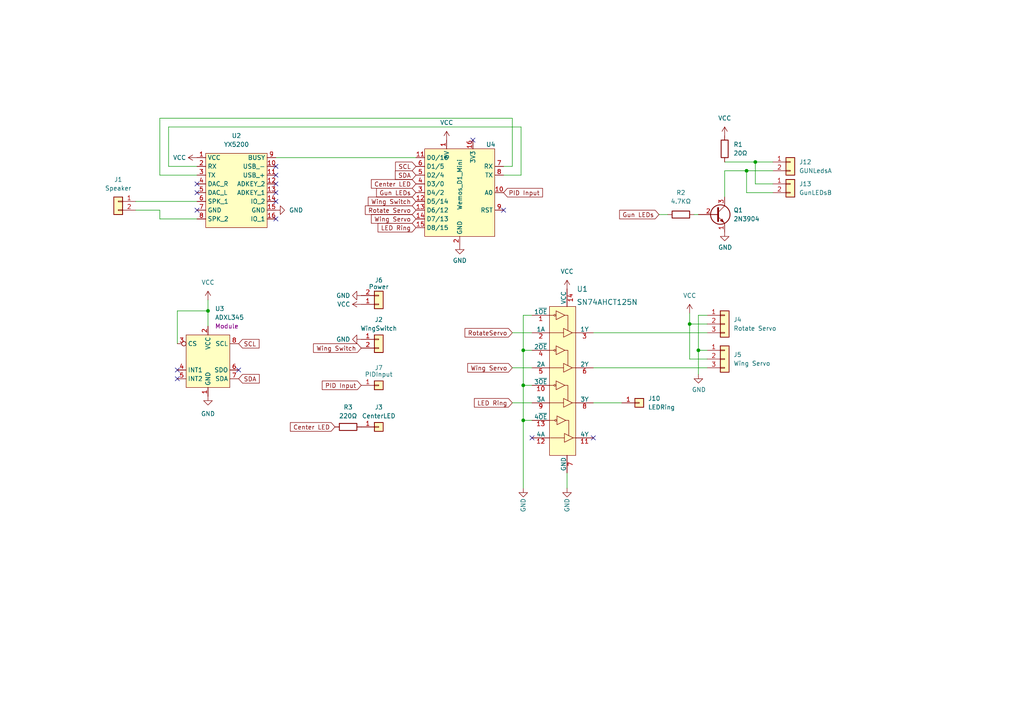
<source format=kicad_sch>
(kicad_sch (version 20211123) (generator eeschema)
  (paper "A4")
  (lib_symbols
    (symbol "Connector_Generic:Conn_01x01" (pin_names (offset 1.016) hide)
      (property "Reference" "J" (at 0 2.54 0))
      (property "Value" "Conn_01x01" (at 0 -2.54 0))
      (symbol "Conn_01x01_1_1"
        (rectangle (start -1.27 0.127) (end 0 -0.127) (stroke (width 0.1524)))
        (rectangle (start -1.27 1.27) (end 1.27 -1.27) (stroke (width 0.254)) (fill (type background)))
        (pin passive line (at -5.08 0 0) (length 3.81) (name "Pin_1") (number "1"))
      )
    )
    (symbol "Connector_Generic:Conn_01x02" (pin_names (offset 1.016) hide)
      (property "Reference" "J" (at 0 2.54 0))
      (property "Value" "Conn_01x02" (at 0 -5.08 0))
      (symbol "Conn_01x02_1_1"
        (rectangle (start -1.27 -2.413) (end 0 -2.667) (stroke (width 0.1524)))
        (rectangle (start -1.27 0.127) (end 0 -0.127) (stroke (width 0.1524)))
        (rectangle (start -1.27 1.27) (end 1.27 -3.81) (stroke (width 0.254)) (fill (type background)))
        (pin passive line (at -5.08 0 0) (length 3.81) (name "Pin_1") (number "1"))
        (pin passive line (at -5.08 -2.54 0) (length 3.81) (name "Pin_2") (number "2"))
      )
    )
    (symbol "Connector_Generic:Conn_01x03" (pin_names (offset 1.016) hide)
      (property "Reference" "J" (at 0 5.08 0))
      (property "Value" "Conn_01x03" (at 0 -5.08 0))
      (symbol "Conn_01x03_1_1"
        (rectangle (start -1.27 -2.413) (end 0 -2.667) (stroke (width 0.1524)))
        (rectangle (start -1.27 0.127) (end 0 -0.127) (stroke (width 0.1524)))
        (rectangle (start -1.27 2.667) (end 0 2.413) (stroke (width 0.1524)))
        (rectangle (start -1.27 3.81) (end 1.27 -3.81) (stroke (width 0.254)) (fill (type background)))
        (pin passive line (at -5.08 2.54 0) (length 3.81) (name "Pin_1") (number "1"))
        (pin passive line (at -5.08 0 0) (length 3.81) (name "Pin_2") (number "2"))
        (pin passive line (at -5.08 -2.54 0) (length 3.81) (name "Pin_3") (number "3"))
      )
    )
    (symbol "Device:R" (pin_numbers hide) (pin_names (offset 0))
      (property "Reference" "R" (at 2.032 0 90))
      (property "Value" "R" (at 0 0 90))
      (symbol "R_0_1"
        (rectangle (start -1.016 -2.54) (end 1.016 2.54) (stroke (width 0.254)))
      )
      (symbol "R_1_1"
        (pin passive line (at 0 3.81 270) (length 1.27) (name "~") (number "1"))
        (pin passive line (at 0 -3.81 90) (length 1.27) (name "~") (number "2"))
      )
    )
    (symbol "PersonalLibrary:YX5200"
      (property "Reference" "U2" (at 0 2.54 0))
      (property "Value" "YX5200" (at 0 0 0))
      (symbol "YX5200_0_1"
        (rectangle (start -8.89 -2.54) (end 8.89 -24.13) (fill (type background)))
      )
      (symbol "YX5200_1_1"
        (pin power_in line (at -11.43 -3.81 0) (length 2.54) (name "VCC") (number "1"))
        (pin input line (at 11.43 -6.35 180) (length 2.54) (name "USB_-") (number "10"))
        (pin input line (at 11.43 -8.89 180) (length 2.54) (name "USB_+") (number "11"))
        (pin input line (at 11.43 -11.43 180) (length 2.54) (name "ADKEY_2") (number "12"))
        (pin input line (at 11.43 -13.97 180) (length 2.54) (name "ADKEY_1") (number "13"))
        (pin input line (at 11.43 -16.51 180) (length 2.54) (name "IO_2") (number "14"))
        (pin input line (at 11.43 -19.05 180) (length 2.54) (name "GND") (number "15"))
        (pin input line (at 11.43 -21.59 180) (length 2.54) (name "IO_1") (number "16"))
        (pin input line (at -11.43 -6.35 0) (length 2.54) (name "RX") (number "2"))
        (pin input line (at -11.43 -8.89 0) (length 2.54) (name "TX") (number "3"))
        (pin input line (at -11.43 -11.43 0) (length 2.54) (name "DAC_R") (number "4"))
        (pin input line (at -11.43 -13.97 0) (length 2.54) (name "DAC_L") (number "5"))
        (pin input line (at -11.43 -16.51 0) (length 2.54) (name "SPK_1") (number "6"))
        (pin input line (at -11.43 -19.05 0) (length 2.54) (name "GND") (number "7"))
        (pin input line (at -11.43 -21.59 0) (length 2.54) (name "SPK_2") (number "8"))
        (pin input line (at 11.43 -3.81 180) (length 2.54) (name "BUSY") (number "9"))
      )
    )
    (symbol "PortalParts:ADXL345"
      (property "Reference" "U3" (at 4.5594 13.97 0))
      (property "Value" "ADXL345" (at 4.5594 11.43 0))
      (property "Field4" "Module" (at 4.5594 8.89 0))
      (symbol "ADXL345_0_1"
        (rectangle (start -3.81 6.35) (end 8.89 -8.89) (fill (type background)))
      )
      (symbol "ADXL345_1_1"
        (pin power_in line (at 2.54 -11.43 90) (length 2.54) (name "GND") (number "1"))
        (pin power_in line (at 2.54 8.89 270) (length 2.54) (name "VCC") (number "2"))
        (pin input inverted (at -6.35 3.81 0) (length 2.54) (name "CS") (number "3"))
        (pin output line (at -6.35 -3.81 0) (length 2.54) (name "INT1") (number "4"))
        (pin output line (at -6.35 -6.35 0) (length 2.54) (name "INT2") (number "5"))
        (pin output line (at 11.43 -3.81 180) (length 2.54) (name "SDO") (number "6"))
        (pin input line (at 11.43 -6.35 180) (length 2.54) (name "SDA") (number "7"))
        (pin output line (at 11.43 3.81 180) (length 2.54) (name "SCL") (number "8"))
      )
    )
    (symbol "PortalParts:Wemos_D1_Mini"
      (property "Reference" "U4" (at 7.62 -1.27 0))
      (property "Value" "Wemos_D1_Mini" (at 0 -20.32 90))
      (symbol "Wemos_D1_Mini_0_1"
        (rectangle (start -10.16 -2.54) (end 10.16 -27.94) (fill (type background)))
      )
      (symbol "Wemos_D1_Mini_1_1"
        (pin power_in line (at -3.81 0 270) (length 2.54) (name "5V") (number "1"))
        (pin bidirectional line (at 12.7 -15.24 180) (length 2.54) (name "A0") (number "10"))
        (pin bidirectional line (at -12.7 -5.08 0) (length 2.54) (name "D0/16") (number "11"))
        (pin bidirectional line (at -12.7 -17.78 0) (length 2.54) (name "D5/14") (number "12"))
        (pin bidirectional line (at -12.7 -20.32 0) (length 2.54) (name "D6/12") (number "13"))
        (pin bidirectional line (at -12.7 -22.86 0) (length 2.54) (name "D7/13") (number "14"))
        (pin bidirectional line (at -12.7 -25.4 0) (length 2.54) (name "D8/15") (number "15"))
        (pin power_in line (at 3.81 0 270) (length 2.54) (name "3V3") (number "16"))
        (pin power_in line (at 0 -30.48 90) (length 2.54) (name "GND") (number "2"))
        (pin bidirectional line (at -12.7 -15.24 0) (length 2.54) (name "D4/2") (number "3"))
        (pin bidirectional line (at -12.7 -12.7 0) (length 2.54) (name "D3/0") (number "4"))
        (pin bidirectional line (at -12.7 -10.16 0) (length 2.54) (name "D2/4") (number "5"))
        (pin bidirectional line (at -12.7 -7.62 0) (length 2.54) (name "D1/5") (number "6"))
        (pin input line (at 12.7 -7.62 180) (length 2.54) (name "RX") (number "7"))
        (pin output line (at 12.7 -10.16 180) (length 2.54) (name "TX") (number "8"))
        (pin bidirectional line (at 12.7 -20.32 180) (length 2.54) (name "RST") (number "9"))
      )
    )
    (symbol "Transistor_BJT:2N3904" (pin_names (offset 0) hide)
      (property "Reference" "Q" (at 5.08 1.905 0))
      (property "Value" "2N3904" (at 5.08 0 0))
      (symbol "2N3904_0_1"
        (polyline (pts (xy 0.635 0.635) (xy 2.54 2.54)))
        (polyline (pts (xy 0.635 -0.635) (xy 2.54 -2.54) (xy 2.54 -2.54)))
        (polyline (pts (xy 0.635 1.905) (xy 0.635 -1.905) (xy 0.635 -1.905)) (stroke (width 0.508)))
        (polyline (pts (xy 1.27 -1.778) (xy 1.778 -1.27) (xy 2.286 -2.286) (xy 1.27 -1.778) (xy 1.27 -1.778)) (fill (type outline)))
        (circle (center 1.27 0) (radius 2.8194) (stroke (width 0.254)))
      )
      (symbol "2N3904_1_1"
        (pin passive line (at 2.54 -5.08 90) (length 2.54) (name "E") (number "1"))
        (pin passive line (at -5.08 0 0) (length 5.715) (name "B") (number "2"))
        (pin passive line (at 2.54 5.08 270) (length 2.54) (name "C") (number "3"))
      )
    )
    (symbol "dk_Logic-Buffers-Drivers-Receivers-Transceivers:SN74AHCT125N" (pin_names (offset 0))
      (property "Reference" "U" (at -2.54 13.97 0))
      (property "Value" "SN74AHCT125N" (at 1.905 -31.75 0))
      (symbol "SN74AHCT125N_0_1"
        (rectangle (start -5.08 12.7) (end 2.54 -30.48) (fill (type background)))
        (circle (center -3.556 -10.16) (radius 0.254))
        (circle (center -3.556 0) (radius 0.254))
        (circle (center -3.556 10.16) (radius 0.254))
        (circle (center -3.302 -20.32) (radius 0.254))
        (polyline (pts (xy -3.81 -10.16) (xy -5.207 -10.16)))
        (polyline (pts (xy -3.81 0) (xy -5.207 0)))
        (polyline (pts (xy -3.81 10.16) (xy -5.207 10.16)))
        (polyline (pts (xy -3.556 -20.32) (xy -4.953 -20.32)))
        (polyline (pts (xy -1.016 -15.24) (xy -5.08 -15.24)))
        (polyline (pts (xy -1.016 -5.08) (xy -5.08 -5.08)))
        (polyline (pts (xy -1.016 5.08) (xy -5.08 5.08)))
        (polyline (pts (xy -0.762 -25.4) (xy -4.826 -25.4)))
        (polyline (pts (xy 1.397 -15.24) (xy 2.413 -15.24)))
        (polyline (pts (xy 1.397 -5.08) (xy 2.413 -5.08)))
        (polyline (pts (xy 1.397 5.08) (xy 2.413 5.08)))
        (polyline (pts (xy 1.651 -25.4) (xy 2.667 -25.4)))
        (polyline (pts (xy 0.254 -14.605) (xy 0.254 -10.16) (xy -0.635 -10.16)))
        (polyline (pts (xy 0.254 -4.445) (xy 0.254 0) (xy -0.635 0)))
        (polyline (pts (xy 0.254 5.715) (xy 0.254 10.16) (xy -0.635 10.16)))
        (polyline (pts (xy 0.508 -24.765) (xy 0.508 -20.32) (xy -0.381 -20.32)))
        (polyline (pts (xy -3.175 -8.89) (xy -3.175 -10.16) (xy -3.175 -11.43) (xy -0.635 -10.16) (xy -3.175 -8.89)))
        (polyline (pts (xy -3.175 1.27) (xy -3.175 0) (xy -3.175 -1.27) (xy -0.635 0) (xy -3.175 1.27)))
        (polyline (pts (xy -3.175 11.43) (xy -3.175 10.16) (xy -3.175 8.89) (xy -0.635 10.16) (xy -3.175 11.43)))
        (polyline (pts (xy -2.921 -19.05) (xy -2.921 -20.32) (xy -2.921 -21.59) (xy -0.381 -20.32) (xy -2.921 -19.05)))
        (polyline (pts (xy -1.016 -13.97) (xy -1.016 -15.24) (xy -1.016 -16.51) (xy 1.524 -15.24) (xy -1.016 -13.97)))
        (polyline (pts (xy -1.016 -3.81) (xy -1.016 -5.08) (xy -1.016 -6.35) (xy 1.524 -5.08) (xy -1.016 -3.81)))
        (polyline (pts (xy -1.016 6.35) (xy -1.016 5.08) (xy -1.016 3.81) (xy 1.524 5.08) (xy -1.016 6.35)))
        (polyline (pts (xy -0.762 -24.13) (xy -0.762 -25.4) (xy -0.762 -26.67) (xy 1.778 -25.4) (xy -0.762 -24.13)))
      )
      (symbol "SN74AHCT125N_1_1"
        (pin input line (at -10.16 10.16 0) (length 5.08) (name "1~{OE}") (number "1"))
        (pin input line (at -10.16 -10.16 0) (length 5.08) (name "3~{OE}") (number "10"))
        (pin output line (at 7.62 -25.4 180) (length 5.08) (name "4Y") (number "11"))
        (pin input line (at -10.16 -25.4 0) (length 5.08) (name "4A") (number "12"))
        (pin input line (at -10.16 -20.32 0) (length 5.08) (name "4~{OE}") (number "13"))
        (pin power_in line (at 0 17.78 270) (length 5.08) (name "VCC") (number "14"))
        (pin input line (at -10.16 5.08 0) (length 5.08) (name "1A") (number "2"))
        (pin output line (at 7.62 5.08 180) (length 5.08) (name "1Y") (number "3"))
        (pin input line (at -10.16 0 0) (length 5.08) (name "2~{OE}") (number "4"))
        (pin input line (at -10.16 -5.08 0) (length 5.08) (name "2A") (number "5"))
        (pin output line (at 7.62 -5.08 180) (length 5.08) (name "2Y") (number "6"))
        (pin power_in line (at 0 -35.56 90) (length 5.08) (name "GND") (number "7"))
        (pin output line (at 7.62 -15.24 180) (length 5.08) (name "3Y") (number "8"))
        (pin input line (at -10.16 -15.24 0) (length 5.08) (name "3A") (number "9"))
      )
    )
    (symbol "power:GND" (power) (pin_names (offset 0))
      (property "Value" "GND" (at 0 -3.81 0))
      (symbol "GND_0_1"
        (polyline (pts (xy 0 0) (xy 0 -1.27) (xy 1.27 -1.27) (xy 0 -2.54) (xy -1.27 -1.27) (xy 0 -1.27)))
      )
      (symbol "GND_1_1"
        (pin power_in line (at 0 0 270) (length 0) hide (name "GND") (number "1"))
      )
    )
    (symbol "power:VCC" (power) (pin_names (offset 0))
      (property "Value" "VCC" (at 0 3.81 0))
      (symbol "VCC_0_1"
        (polyline (pts (xy -0.762 1.27) (xy 0 2.54)))
        (polyline (pts (xy 0 0) (xy 0 2.54)))
        (polyline (pts (xy 0 2.54) (xy 0.762 1.27)))
      )
      (symbol "VCC_1_1"
        (pin power_in line (at 0 0 90) (length 0) hide (name "VCC") (number "1"))
      )
    )
  )
  (junction (at 216.535 49.53))
  (junction (at 202.565 101.6))
  (junction (at 60.325 90.17))
  (junction (at 219.075 46.99))
  (junction (at 151.765 121.92))
  (junction (at 151.765 101.6))
  (junction (at 200.025 93.98))
  (junction (at 151.765 111.76))
  (no_connect (at 146.05 60.96))
  (no_connect (at 137.16 40.64))
  (no_connect (at 172.085 127))
  (no_connect (at 154.305 127))
  (no_connect (at 57.15 60.96))
  (no_connect (at 57.15 55.88))
  (no_connect (at 57.15 53.34))
  (no_connect (at 80.01 63.5))
  (no_connect (at 80.01 58.42))
  (no_connect (at 80.01 55.88))
  (no_connect (at 80.01 53.34))
  (no_connect (at 80.01 50.8))
  (no_connect (at 80.01 48.26))
  (no_connect (at 69.215 107.315))
  (no_connect (at 51.435 107.315))
  (no_connect (at 51.435 109.855))
  (wire (pts (xy 210.185 57.15) (xy 210.185 49.53)))
  (wire (pts (xy 219.075 46.99) (xy 219.075 53.34)))
  (wire (pts (xy 148.59 106.68) (xy 154.305 106.68)))
  (wire (pts (xy 57.15 50.8) (xy 46.355 50.8)))
  (wire (pts (xy 151.13 50.8) (xy 146.05 50.8)))
  (wire (pts (xy 148.59 116.84) (xy 154.305 116.84)))
  (wire (pts (xy 60.325 90.17) (xy 60.325 94.615)))
  (wire (pts (xy 39.37 60.96) (xy 46.355 60.96)))
  (wire (pts (xy 164.465 141.605) (xy 164.465 137.16)))
  (wire (pts (xy 48.895 36.83) (xy 48.895 48.26)))
  (wire (pts (xy 46.355 63.5) (xy 57.15 63.5)))
  (wire (pts (xy 151.765 121.92) (xy 154.305 121.92)))
  (wire (pts (xy 216.535 49.53) (xy 224.155 49.53)))
  (wire (pts (xy 60.325 90.17) (xy 51.435 90.17)))
  (wire (pts (xy 80.01 45.72) (xy 120.65 45.72)))
  (wire (pts (xy 200.025 104.14) (xy 205.105 104.14)))
  (wire (pts (xy 46.355 34.29) (xy 148.59 34.29)))
  (wire (pts (xy 148.59 34.29) (xy 148.59 48.26)))
  (wire (pts (xy 151.765 111.76) (xy 154.305 111.76)))
  (wire (pts (xy 151.765 91.44) (xy 154.305 91.44)))
  (wire (pts (xy 202.565 101.6) (xy 202.565 108.585)))
  (wire (pts (xy 151.765 121.92) (xy 151.765 141.605)))
  (wire (pts (xy 216.535 55.88) (xy 224.155 55.88)))
  (wire (pts (xy 39.37 58.42) (xy 57.15 58.42)))
  (wire (pts (xy 180.34 116.84) (xy 172.085 116.84)))
  (wire (pts (xy 172.085 106.68) (xy 205.105 106.68)))
  (wire (pts (xy 151.765 111.76) (xy 151.765 121.92)))
  (wire (pts (xy 48.895 48.26) (xy 57.15 48.26)))
  (wire (pts (xy 202.565 91.44) (xy 202.565 101.6)))
  (wire (pts (xy 48.895 36.83) (xy 151.13 36.83)))
  (wire (pts (xy 219.075 53.34) (xy 224.155 53.34)))
  (wire (pts (xy 200.025 93.98) (xy 205.105 93.98)))
  (wire (pts (xy 60.325 86.995) (xy 60.325 90.17)))
  (wire (pts (xy 216.535 49.53) (xy 216.535 55.88)))
  (wire (pts (xy 46.355 60.96) (xy 46.355 63.5)))
  (wire (pts (xy 200.025 90.805) (xy 200.025 93.98)))
  (wire (pts (xy 191.135 62.23) (xy 193.675 62.23)))
  (wire (pts (xy 172.085 96.52) (xy 205.105 96.52)))
  (wire (pts (xy 148.59 96.52) (xy 154.305 96.52)))
  (wire (pts (xy 219.075 46.99) (xy 224.155 46.99)))
  (wire (pts (xy 205.105 91.44) (xy 202.565 91.44)))
  (wire (pts (xy 151.765 101.6) (xy 151.765 111.76)))
  (wire (pts (xy 210.185 49.53) (xy 216.535 49.53)))
  (wire (pts (xy 210.185 46.99) (xy 219.075 46.99)))
  (wire (pts (xy 148.59 48.26) (xy 146.05 48.26)))
  (wire (pts (xy 151.765 91.44) (xy 151.765 101.6)))
  (wire (pts (xy 151.13 36.83) (xy 151.13 50.8)))
  (wire (pts (xy 202.565 101.6) (xy 205.105 101.6)))
  (wire (pts (xy 151.765 101.6) (xy 154.305 101.6)))
  (wire (pts (xy 201.295 62.23) (xy 202.565 62.23)))
  (wire (pts (xy 46.355 50.8) (xy 46.355 34.29)))
  (wire (pts (xy 200.025 93.98) (xy 200.025 104.14)))
  (wire (pts (xy 51.435 90.17) (xy 51.435 99.695)))
  (global_label "PID Input" (shape input) (at 146.05 55.88 0) (property "Intersheet References" "${INTERSHEET_REFS}" (effects hide)))
  (global_label "Center LED" (shape input) (at 97.155 123.825 180) (property "Intersheet References" "${INTERSHEET_REFS}" (effects hide)))
  (global_label "Wing Switch" (shape input) (at 120.65 58.42 180) (property "Intersheet References" "${INTERSHEET_REFS}" (effects hide)))
  (global_label "Wing Switch" (shape input) (at 104.775 100.965 180) (property "Intersheet References" "${INTERSHEET_REFS}" (effects hide)))
  (global_label "Wing Servo" (shape input) (at 120.65 63.5 180) (property "Intersheet References" "${INTERSHEET_REFS}" (effects hide)))
  (global_label "Wing Servo" (shape input) (at 148.59 106.68 180) (property "Intersheet References" "${INTERSHEET_REFS}" (effects hide)))
  (global_label "SDA" (shape input) (at 120.65 50.8 180) (property "Intersheet References" "${INTERSHEET_REFS}" (effects hide)))
  (global_label "SCL" (shape input) (at 120.65 48.26 180) (property "Intersheet References" "${INTERSHEET_REFS}" (effects hide)))
  (global_label "Gun LEDs" (shape input) (at 191.135 62.23 180) (property "Intersheet References" "${INTERSHEET_REFS}" (effects hide)))
  (global_label "SDA" (shape input) (at 69.215 109.855 0) (property "Intersheet References" "${INTERSHEET_REFS}" (effects hide)))
  (global_label "SCL" (shape input) (at 69.215 99.695 0) (property "Intersheet References" "${INTERSHEET_REFS}" (effects hide)))
  (global_label "LED Ring" (shape input) (at 120.65 66.04 180) (property "Intersheet References" "${INTERSHEET_REFS}" (effects hide)))
  (global_label "LED Ring" (shape input) (at 148.59 116.84 180) (property "Intersheet References" "${INTERSHEET_REFS}" (effects hide)))
  (global_label "Gun LEDs" (shape input) (at 120.65 55.88 180) (property "Intersheet References" "${INTERSHEET_REFS}" (effects hide)))
  (global_label "RotateServo" (shape input) (at 148.59 96.52 180) (property "Intersheet References" "${INTERSHEET_REFS}" (effects hide)))
  (global_label "PID Input" (shape input) (at 104.775 111.76 180) (property "Intersheet References" "${INTERSHEET_REFS}" (effects hide)))
  (global_label "Center LED" (shape input) (at 120.65 53.34 180) (property "Intersheet References" "${INTERSHEET_REFS}" (effects hide)))
  (global_label "Rotate Servo" (shape input) (at 120.65 60.96 180) (property "Intersheet References" "${INTERSHEET_REFS}" (effects hide)))
  (symbol (lib_id "Connector_Generic:Conn_01x02") (at 34.29 58.42 0) (mirror y) (unit 1)
    (property "Reference" "J1" (at 34.29 52.07 0))
    (property "Value" "Speaker" (at 34.29 54.61 0))
    (property "Footprint" "Connector_PinHeader_2.54mm:PinHeader_1x02_P2.54mm_Vertical" (effects hide))
  )
  (symbol (lib_id "Connector_Generic:Conn_01x02") (at 109.855 88.265 0) (mirror x) (unit 1)
    (property "Reference" "J6" (at 109.855 81.28 0))
    (property "Value" "Power" (at 109.855 83.185 0))
    (property "Footprint" "Connector_PinHeader_2.54mm:PinHeader_1x02_P2.54mm_Vertical" (effects hide))
  )
  (symbol (lib_id "Connector_Generic:Conn_01x02") (at 109.855 98.425 0) (unit 1)
    (property "Reference" "J2" (at 109.855 92.71 0))
    (property "Value" "WingSwitch" (at 109.855 95.25 0))
    (property "Footprint" "Connector_PinHeader_2.54mm:PinHeader_1x02_P2.54mm_Vertical" (effects hide))
  )
  (symbol (lib_id "Connector_Generic:Conn_01x01") (at 109.855 111.76 0) (unit 1)
    (property "Reference" "J7" (at 109.855 106.68 0))
    (property "Value" "PIDInput" (at 109.855 108.585 0))
    (property "Footprint" "Connector_PinHeader_2.54mm:PinHeader_1x01_P2.54mm_Vertical" (effects hide))
  )
  (symbol (lib_id "power:GND") (at 60.325 114.935 0) (unit 1)
    (property "Reference" "#PWR0105" (effects hide))
    (property "Value" "GND" (at 60.325 120.015 0))
  )
  (symbol (lib_id "power:VCC") (at 60.325 86.995 0) (unit 1)
    (property "Reference" "#PWR0116" (effects hide))
    (property "Value" "VCC" (at 60.325 81.915 0))
  )
  (symbol (lib_id "Connector_Generic:Conn_01x03") (at 210.185 93.98 0) (unit 1)
    (property "Reference" "J4" (at 212.725 92.7099 0) (effects (justify left)))
    (property "Value" "Rotate Servo" (at 212.725 95.2499 0) (effects (justify left)))
    (property "Footprint" "Connector_PinHeader_2.54mm:PinHeader_1x03_P2.54mm_Vertical" (effects hide))
  )
  (symbol (lib_id "PortalParts:ADXL345") (at 57.785 103.505 0) (unit 1)
    (property "Reference" "U3" (at 62.3444 89.535 0) (effects (justify left)))
    (property "Value" "ADXL345" (at 62.3444 92.075 0) (effects (justify left)))
    (property "Footprint" "PortalLibrary:ADXL345" (effects hide))
    (property "Field4" "Module" (at 62.3444 94.615 0) (effects (justify left)))
  )
  (symbol (lib_id "power:VCC") (at 164.465 83.82 0) (unit 1)
    (property "Reference" "#PWR0114" (effects hide))
    (property "Value" "VCC" (at 164.465 78.74 0))
  )
  (symbol (lib_id "power:VCC") (at 129.54 40.64 0) (unit 1)
    (property "Reference" "#PWR0113" (effects hide))
    (property "Value" "VCC" (at 129.54 35.56 0))
  )
  (symbol (lib_id "power:VCC") (at 104.775 88.265 90) (unit 1)
    (property "Reference" "#PWR0102" (effects hide))
    (property "Value" "VCC" (at 99.695 88.265 90))
  )
  (symbol (lib_id "power:GND") (at 164.465 141.605 0) (unit 1)
    (property "Reference" "#PWR0107" (effects hide))
    (property "Value" "GND" (at 164.465 148.59 90) (effects (justify left)))
  )
  (symbol (lib_id "Device:R") (at 100.965 123.825 270) (unit 1)
    (property "Reference" "R3" (at 100.965 118.11 90))
    (property "Value" "220Ω" (at 100.965 120.65 90))
    (property "Footprint" "Resistor_THT:R_Axial_DIN0207_L6.3mm_D2.5mm_P7.62mm_Horizontal" (effects hide))
  )
  (symbol (lib_id "Connector_Generic:Conn_01x02") (at 229.235 46.99 0) (unit 1)
    (property "Reference" "J12" (at 231.775 46.9899 0) (effects (justify left)))
    (property "Value" "GUNLedsA" (at 231.775 49.5299 0) (effects (justify left)))
    (property "Footprint" "Connector_PinHeader_2.54mm:PinHeader_1x02_P2.54mm_Vertical" (effects hide))
  )
  (symbol (lib_id "Device:R") (at 197.485 62.23 90) (unit 1)
    (property "Reference" "R2" (at 197.485 55.88 90))
    (property "Value" "4.7KΩ" (at 197.485 58.42 90))
    (property "Footprint" "Resistor_THT:R_Axial_DIN0207_L6.3mm_D2.5mm_P7.62mm_Horizontal" (effects hide))
  )
  (symbol (lib_id "power:VCC") (at 57.15 45.72 90) (unit 1)
    (property "Reference" "#PWR0115" (effects hide))
    (property "Value" "VCC" (at 52.07 45.72 90))
  )
  (symbol (lib_id "power:VCC") (at 200.025 90.805 0) (unit 1)
    (property "Reference" "#PWR0109" (effects hide))
    (property "Value" "VCC" (at 200.025 85.725 0))
  )
  (symbol (lib_id "Connector_Generic:Conn_01x03") (at 210.185 104.14 0) (unit 1)
    (property "Reference" "J5" (at 212.725 102.8699 0) (effects (justify left)))
    (property "Value" "Wing Servo" (at 212.725 105.4099 0) (effects (justify left)))
    (property "Footprint" "Connector_PinHeader_2.54mm:PinHeader_1x03_P2.54mm_Vertical" (effects hide))
  )
  (symbol (lib_id "power:VCC") (at 210.185 39.37 0) (unit 1)
    (property "Reference" "#PWR0103" (effects hide))
    (property "Value" "VCC" (at 210.185 34.29 0))
  )
  (symbol (lib_id "power:GND") (at 104.775 98.425 270) (unit 1)
    (property "Reference" "#PWR0106" (effects hide))
    (property "Value" "GND" (at 101.6 98.4251 90) (effects (justify right)))
  )
  (symbol (lib_id "dk_Logic-Buffers-Drivers-Receivers-Transceivers:SN74AHCT125N") (at 164.465 101.6 0) (unit 1)
    (property "Reference" "U1" (at 167.2337 83.82 0) (effects (font (size 1.524 1.524)) (justify left)))
    (property "Value" "SN74AHCT125N" (at 167.2337 87.63 0) (effects (font (size 1.524 1.524)) (justify left)))
    (property "Footprint" "Package_DIP:DIP-14_W7.62mm" (effects hide))
    (property "Datasheet" "http://www.ti.com/general/docs/suppproductinfo.tsp?distId=10&gotoUrl=http%3A%2F%2Fwww.ti.com%2Flit%2Fgpn%2Fsn74ahct125" (effects hide))
    (property "Digi-Key_PN" "296-4655-5-ND" (effects hide))
    (property "MPN" "SN74AHCT125N" (effects hide))
    (property "Category" "Integrated Circuits (ICs)" (effects hide))
    (property "Family" "Logic - Buffers, Drivers, Receivers, Transceivers" (effects hide))
    (property "DK_Datasheet_Link" "http://www.ti.com/general/docs/suppproductinfo.tsp?distId=10&gotoUrl=http%3A%2F%2Fwww.ti.com%2Flit%2Fgpn%2Fsn74ahct125" (effects hide))
    (property "DK_Detail_Page" "/product-detail/en/texas-instruments/SN74AHCT125N/296-4655-5-ND/375798" (effects hide))
    (property "Description" "IC BUF NON-INVERT 5.5V 14DIP" (effects hide))
    (property "Manufacturer" "Texas Instruments" (effects hide))
    (property "Status" "Active" (effects hide))
  )
  (symbol (lib_id "PersonalLibrary:YX5200") (at 68.58 41.91 0) (unit 1)
    (property "Reference" "U2" (at 68.58 39.37 0))
    (property "Value" "YX5200" (at 68.58 41.91 0))
    (property "Footprint" "PortalLibrary:YX5200" (effects hide))
  )
  (symbol (lib_id "power:GND") (at 104.775 85.725 270) (unit 1)
    (property "Reference" "#PWR0111" (effects hide))
    (property "Value" "GND" (at 101.6 85.7251 90) (effects (justify right)))
  )
  (symbol (lib_id "power:GND") (at 151.765 141.605 0) (unit 1)
    (property "Reference" "#PWR0108" (effects hide))
    (property "Value" "GND" (at 151.765 148.59 90) (effects (justify left)))
  )
  (symbol (lib_id "Transistor_BJT:2N3904") (at 207.645 62.23 0) (unit 1)
    (property "Reference" "Q1" (at 212.725 60.9599 0) (effects (justify left)))
    (property "Value" "2N3904" (at 212.725 63.4999 0) (effects (justify left)))
    (property "Footprint" "Package_TO_SOT_THT:TO-92_Inline" (effects hide))
    (property "Datasheet" "https://www.onsemi.com/pub/Collateral/2N3903-D.PDF" (effects hide))
  )
  (symbol (lib_id "power:GND") (at 133.35 71.12 0) (unit 1)
    (property "Reference" "#PWR0112" (effects hide))
    (property "Value" "GND" (at 133.35 75.565 0))
  )
  (symbol (lib_id "Device:R") (at 210.185 43.18 180) (unit 1)
    (property "Reference" "R1" (at 212.725 41.9099 0) (effects (justify right)))
    (property "Value" "20Ω" (at 212.725 44.4499 0) (effects (justify right)))
    (property "Footprint" "Resistor_THT:R_Axial_DIN0207_L6.3mm_D2.5mm_P7.62mm_Horizontal" (effects hide))
  )
  (symbol (lib_id "power:GND") (at 202.565 108.585 0) (unit 1)
    (property "Reference" "#PWR0110" (effects hide))
    (property "Value" "GND" (at 200.66 113.03 0) (effects (justify left)))
  )
  (symbol (lib_id "PortalParts:Wemos_D1_Mini") (at 133.35 40.64 0) (unit 1)
    (property "Reference" "U4" (at 140.97 41.91 0) (effects (justify left)))
    (property "Value" "Wemos_D1_Mini" (at 133.35 60.96 90) (effects (justify left)))
    (property "Footprint" "PortalLibrary:WemosD1MiniV3" (effects hide))
  )
  (symbol (lib_id "Connector_Generic:Conn_01x02") (at 229.235 53.34 0) (unit 1)
    (property "Reference" "J13" (at 231.775 53.3399 0) (effects (justify left)))
    (property "Value" "GunLEDsB" (at 231.775 55.8799 0) (effects (justify left)))
    (property "Footprint" "Connector_PinHeader_2.54mm:PinHeader_1x02_P2.54mm_Vertical" (effects hide))
  )
  (symbol (lib_id "power:GND") (at 80.01 60.96 90) (unit 1)
    (property "Reference" "#PWR0101" (effects hide))
    (property "Value" "GND" (at 83.82 60.9599 90) (effects (justify right)))
  )
  (symbol (lib_id "Connector_Generic:Conn_01x01") (at 185.42 116.84 0) (unit 1)
    (property "Reference" "J10" (at 187.96 115.5699 0) (effects (justify left)))
    (property "Value" "LEDRing" (at 187.96 118.1099 0) (effects (justify left)))
    (property "Footprint" "Connector_PinHeader_2.54mm:PinHeader_1x01_P2.54mm_Vertical" (effects hide))
  )
  (symbol (lib_id "Connector_Generic:Conn_01x01") (at 109.855 123.825 0) (unit 1)
    (property "Reference" "J3" (at 109.855 118.11 0))
    (property "Value" "CenterLED" (at 109.855 120.65 0))
    (property "Footprint" "Connector_PinHeader_2.54mm:PinHeader_1x01_P2.54mm_Vertical" (effects hide))
  )
  (symbol (lib_id "power:GND") (at 210.185 67.31 0) (unit 1)
    (property "Reference" "#PWR0104" (effects hide))
    (property "Value" "GND" (at 208.28 71.755 0) (effects (justify left)))
  )
)
</source>
